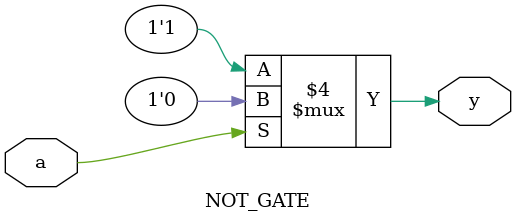
<source format=sv>
module NOT_GATE(a,y);
  input a;
  output reg y;
  
  always@(a)
    
    begin
      if(a==1)begin
        y=0;
      end
      else begin
        y=1;
      end 
    end
endmodule
</source>
